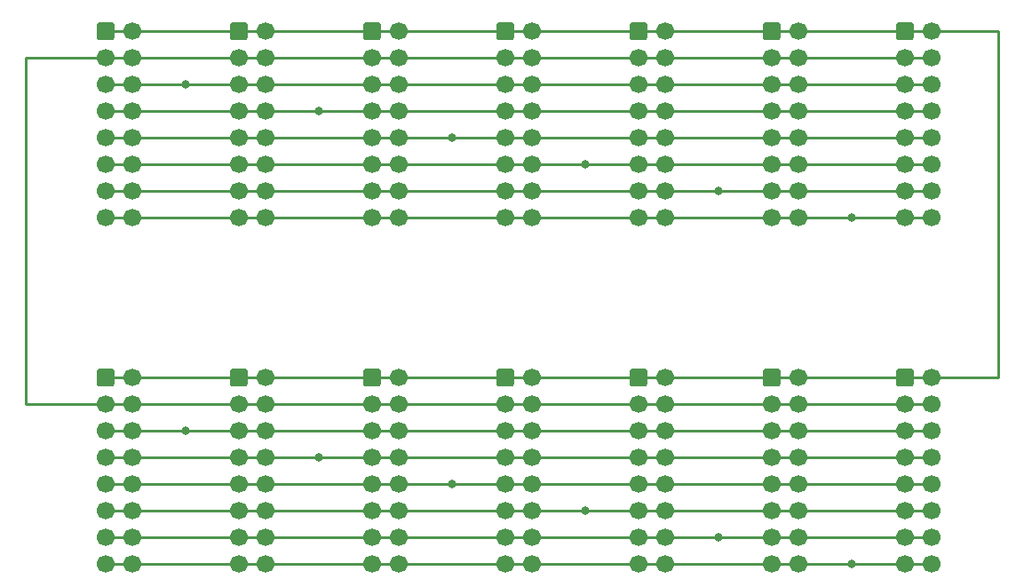
<source format=gbr>
G04 #@! TF.GenerationSoftware,KiCad,Pcbnew,(5.1.6-0-10_14)*
G04 #@! TF.CreationDate,2021-07-16T23:08:20+02:00*
G04 #@! TF.ProjectId,eurorack-busboard,6575726f-7261-4636-9b2d-627573626f61,rev?*
G04 #@! TF.SameCoordinates,Original*
G04 #@! TF.FileFunction,Copper,L1,Top*
G04 #@! TF.FilePolarity,Positive*
%FSLAX46Y46*%
G04 Gerber Fmt 4.6, Leading zero omitted, Abs format (unit mm)*
G04 Created by KiCad (PCBNEW (5.1.6-0-10_14)) date 2021-07-16 23:08:20*
%MOMM*%
%LPD*%
G01*
G04 APERTURE LIST*
G04 #@! TA.AperFunction,ComponentPad*
%ADD10C,1.700000*%
G04 #@! TD*
G04 #@! TA.AperFunction,ViaPad*
%ADD11C,0.800000*%
G04 #@! TD*
G04 #@! TA.AperFunction,Conductor*
%ADD12C,0.250000*%
G04 #@! TD*
G04 APERTURE END LIST*
D10*
X88900000Y-26670000D03*
X88900000Y-24130000D03*
X88900000Y-21590000D03*
X88900000Y-19050000D03*
X88900000Y-16510000D03*
X88900000Y-13970000D03*
X88900000Y-11430000D03*
X88900000Y-8890000D03*
X86360000Y-26670000D03*
X86360000Y-24130000D03*
X86360000Y-21590000D03*
X86360000Y-19050000D03*
X86360000Y-16510000D03*
X86360000Y-13970000D03*
X86360000Y-11430000D03*
G04 #@! TA.AperFunction,ComponentPad*
G36*
G01*
X85510000Y-9490000D02*
X85510000Y-8290000D01*
G75*
G02*
X85760000Y-8040000I250000J0D01*
G01*
X86960000Y-8040000D01*
G75*
G02*
X87210000Y-8290000I0J-250000D01*
G01*
X87210000Y-9490000D01*
G75*
G02*
X86960000Y-9740000I-250000J0D01*
G01*
X85760000Y-9740000D01*
G75*
G02*
X85510000Y-9490000I0J250000D01*
G01*
G37*
G04 #@! TD.AperFunction*
G04 #@! TA.AperFunction,ComponentPad*
G36*
G01*
X85510000Y-42510000D02*
X85510000Y-41310000D01*
G75*
G02*
X85760000Y-41060000I250000J0D01*
G01*
X86960000Y-41060000D01*
G75*
G02*
X87210000Y-41310000I0J-250000D01*
G01*
X87210000Y-42510000D01*
G75*
G02*
X86960000Y-42760000I-250000J0D01*
G01*
X85760000Y-42760000D01*
G75*
G02*
X85510000Y-42510000I0J250000D01*
G01*
G37*
G04 #@! TD.AperFunction*
X86360000Y-44450000D03*
X86360000Y-46990000D03*
X86360000Y-49530000D03*
X86360000Y-52070000D03*
X86360000Y-54610000D03*
X86360000Y-57150000D03*
X86360000Y-59690000D03*
X88900000Y-41910000D03*
X88900000Y-44450000D03*
X88900000Y-46990000D03*
X88900000Y-49530000D03*
X88900000Y-52070000D03*
X88900000Y-54610000D03*
X88900000Y-57150000D03*
X88900000Y-59690000D03*
G04 #@! TA.AperFunction,ComponentPad*
G36*
G01*
X47410000Y-42510000D02*
X47410000Y-41310000D01*
G75*
G02*
X47660000Y-41060000I250000J0D01*
G01*
X48860000Y-41060000D01*
G75*
G02*
X49110000Y-41310000I0J-250000D01*
G01*
X49110000Y-42510000D01*
G75*
G02*
X48860000Y-42760000I-250000J0D01*
G01*
X47660000Y-42760000D01*
G75*
G02*
X47410000Y-42510000I0J250000D01*
G01*
G37*
G04 #@! TD.AperFunction*
X48260000Y-44450000D03*
X48260000Y-46990000D03*
X48260000Y-49530000D03*
X48260000Y-52070000D03*
X48260000Y-54610000D03*
X48260000Y-57150000D03*
X48260000Y-59690000D03*
X50800000Y-41910000D03*
X50800000Y-44450000D03*
X50800000Y-46990000D03*
X50800000Y-49530000D03*
X50800000Y-52070000D03*
X50800000Y-54610000D03*
X50800000Y-57150000D03*
X50800000Y-59690000D03*
G04 #@! TA.AperFunction,ComponentPad*
G36*
G01*
X34710000Y-9490000D02*
X34710000Y-8290000D01*
G75*
G02*
X34960000Y-8040000I250000J0D01*
G01*
X36160000Y-8040000D01*
G75*
G02*
X36410000Y-8290000I0J-250000D01*
G01*
X36410000Y-9490000D01*
G75*
G02*
X36160000Y-9740000I-250000J0D01*
G01*
X34960000Y-9740000D01*
G75*
G02*
X34710000Y-9490000I0J250000D01*
G01*
G37*
G04 #@! TD.AperFunction*
X35560000Y-11430000D03*
X35560000Y-13970000D03*
X35560000Y-16510000D03*
X35560000Y-19050000D03*
X35560000Y-21590000D03*
X35560000Y-24130000D03*
X35560000Y-26670000D03*
X38100000Y-8890000D03*
X38100000Y-11430000D03*
X38100000Y-13970000D03*
X38100000Y-16510000D03*
X38100000Y-19050000D03*
X38100000Y-21590000D03*
X38100000Y-24130000D03*
X38100000Y-26670000D03*
X38100000Y-59690000D03*
X38100000Y-57150000D03*
X38100000Y-54610000D03*
X38100000Y-52070000D03*
X38100000Y-49530000D03*
X38100000Y-46990000D03*
X38100000Y-44450000D03*
X38100000Y-41910000D03*
X35560000Y-59690000D03*
X35560000Y-57150000D03*
X35560000Y-54610000D03*
X35560000Y-52070000D03*
X35560000Y-49530000D03*
X35560000Y-46990000D03*
X35560000Y-44450000D03*
G04 #@! TA.AperFunction,ComponentPad*
G36*
G01*
X34710000Y-42510000D02*
X34710000Y-41310000D01*
G75*
G02*
X34960000Y-41060000I250000J0D01*
G01*
X36160000Y-41060000D01*
G75*
G02*
X36410000Y-41310000I0J-250000D01*
G01*
X36410000Y-42510000D01*
G75*
G02*
X36160000Y-42760000I-250000J0D01*
G01*
X34960000Y-42760000D01*
G75*
G02*
X34710000Y-42510000I0J250000D01*
G01*
G37*
G04 #@! TD.AperFunction*
X50800000Y-26670000D03*
X50800000Y-24130000D03*
X50800000Y-21590000D03*
X50800000Y-19050000D03*
X50800000Y-16510000D03*
X50800000Y-13970000D03*
X50800000Y-11430000D03*
X50800000Y-8890000D03*
X48260000Y-26670000D03*
X48260000Y-24130000D03*
X48260000Y-21590000D03*
X48260000Y-19050000D03*
X48260000Y-16510000D03*
X48260000Y-13970000D03*
X48260000Y-11430000D03*
G04 #@! TA.AperFunction,ComponentPad*
G36*
G01*
X47410000Y-9490000D02*
X47410000Y-8290000D01*
G75*
G02*
X47660000Y-8040000I250000J0D01*
G01*
X48860000Y-8040000D01*
G75*
G02*
X49110000Y-8290000I0J-250000D01*
G01*
X49110000Y-9490000D01*
G75*
G02*
X48860000Y-9740000I-250000J0D01*
G01*
X47660000Y-9740000D01*
G75*
G02*
X47410000Y-9490000I0J250000D01*
G01*
G37*
G04 #@! TD.AperFunction*
G04 #@! TA.AperFunction,ComponentPad*
G36*
G01*
X72810000Y-9490000D02*
X72810000Y-8290000D01*
G75*
G02*
X73060000Y-8040000I250000J0D01*
G01*
X74260000Y-8040000D01*
G75*
G02*
X74510000Y-8290000I0J-250000D01*
G01*
X74510000Y-9490000D01*
G75*
G02*
X74260000Y-9740000I-250000J0D01*
G01*
X73060000Y-9740000D01*
G75*
G02*
X72810000Y-9490000I0J250000D01*
G01*
G37*
G04 #@! TD.AperFunction*
X73660000Y-11430000D03*
X73660000Y-13970000D03*
X73660000Y-16510000D03*
X73660000Y-19050000D03*
X73660000Y-21590000D03*
X73660000Y-24130000D03*
X73660000Y-26670000D03*
X76200000Y-8890000D03*
X76200000Y-11430000D03*
X76200000Y-13970000D03*
X76200000Y-16510000D03*
X76200000Y-19050000D03*
X76200000Y-21590000D03*
X76200000Y-24130000D03*
X76200000Y-26670000D03*
G04 #@! TA.AperFunction,ComponentPad*
G36*
G01*
X60110000Y-42510000D02*
X60110000Y-41310000D01*
G75*
G02*
X60360000Y-41060000I250000J0D01*
G01*
X61560000Y-41060000D01*
G75*
G02*
X61810000Y-41310000I0J-250000D01*
G01*
X61810000Y-42510000D01*
G75*
G02*
X61560000Y-42760000I-250000J0D01*
G01*
X60360000Y-42760000D01*
G75*
G02*
X60110000Y-42510000I0J250000D01*
G01*
G37*
G04 #@! TD.AperFunction*
X60960000Y-44450000D03*
X60960000Y-46990000D03*
X60960000Y-49530000D03*
X60960000Y-52070000D03*
X60960000Y-54610000D03*
X60960000Y-57150000D03*
X60960000Y-59690000D03*
X63500000Y-41910000D03*
X63500000Y-44450000D03*
X63500000Y-46990000D03*
X63500000Y-49530000D03*
X63500000Y-52070000D03*
X63500000Y-54610000D03*
X63500000Y-57150000D03*
X63500000Y-59690000D03*
X76200000Y-59690000D03*
X76200000Y-57150000D03*
X76200000Y-54610000D03*
X76200000Y-52070000D03*
X76200000Y-49530000D03*
X76200000Y-46990000D03*
X76200000Y-44450000D03*
X76200000Y-41910000D03*
X73660000Y-59690000D03*
X73660000Y-57150000D03*
X73660000Y-54610000D03*
X73660000Y-52070000D03*
X73660000Y-49530000D03*
X73660000Y-46990000D03*
X73660000Y-44450000D03*
G04 #@! TA.AperFunction,ComponentPad*
G36*
G01*
X72810000Y-42510000D02*
X72810000Y-41310000D01*
G75*
G02*
X73060000Y-41060000I250000J0D01*
G01*
X74260000Y-41060000D01*
G75*
G02*
X74510000Y-41310000I0J-250000D01*
G01*
X74510000Y-42510000D01*
G75*
G02*
X74260000Y-42760000I-250000J0D01*
G01*
X73060000Y-42760000D01*
G75*
G02*
X72810000Y-42510000I0J250000D01*
G01*
G37*
G04 #@! TD.AperFunction*
X63500000Y-26670000D03*
X63500000Y-24130000D03*
X63500000Y-21590000D03*
X63500000Y-19050000D03*
X63500000Y-16510000D03*
X63500000Y-13970000D03*
X63500000Y-11430000D03*
X63500000Y-8890000D03*
X60960000Y-26670000D03*
X60960000Y-24130000D03*
X60960000Y-21590000D03*
X60960000Y-19050000D03*
X60960000Y-16510000D03*
X60960000Y-13970000D03*
X60960000Y-11430000D03*
G04 #@! TA.AperFunction,ComponentPad*
G36*
G01*
X60110000Y-9490000D02*
X60110000Y-8290000D01*
G75*
G02*
X60360000Y-8040000I250000J0D01*
G01*
X61560000Y-8040000D01*
G75*
G02*
X61810000Y-8290000I0J-250000D01*
G01*
X61810000Y-9490000D01*
G75*
G02*
X61560000Y-9740000I-250000J0D01*
G01*
X60360000Y-9740000D01*
G75*
G02*
X60110000Y-9490000I0J250000D01*
G01*
G37*
G04 #@! TD.AperFunction*
X25400000Y-26670000D03*
X25400000Y-24130000D03*
X25400000Y-21590000D03*
X25400000Y-19050000D03*
X25400000Y-16510000D03*
X25400000Y-13970000D03*
X25400000Y-11430000D03*
X25400000Y-8890000D03*
X22860000Y-26670000D03*
X22860000Y-24130000D03*
X22860000Y-21590000D03*
X22860000Y-19050000D03*
X22860000Y-16510000D03*
X22860000Y-13970000D03*
X22860000Y-11430000D03*
G04 #@! TA.AperFunction,ComponentPad*
G36*
G01*
X22010000Y-9490000D02*
X22010000Y-8290000D01*
G75*
G02*
X22260000Y-8040000I250000J0D01*
G01*
X23460000Y-8040000D01*
G75*
G02*
X23710000Y-8290000I0J-250000D01*
G01*
X23710000Y-9490000D01*
G75*
G02*
X23460000Y-9740000I-250000J0D01*
G01*
X22260000Y-9740000D01*
G75*
G02*
X22010000Y-9490000I0J250000D01*
G01*
G37*
G04 #@! TD.AperFunction*
G04 #@! TA.AperFunction,ComponentPad*
G36*
G01*
X22010000Y-42510000D02*
X22010000Y-41310000D01*
G75*
G02*
X22260000Y-41060000I250000J0D01*
G01*
X23460000Y-41060000D01*
G75*
G02*
X23710000Y-41310000I0J-250000D01*
G01*
X23710000Y-42510000D01*
G75*
G02*
X23460000Y-42760000I-250000J0D01*
G01*
X22260000Y-42760000D01*
G75*
G02*
X22010000Y-42510000I0J250000D01*
G01*
G37*
G04 #@! TD.AperFunction*
X22860000Y-44450000D03*
X22860000Y-46990000D03*
X22860000Y-49530000D03*
X22860000Y-52070000D03*
X22860000Y-54610000D03*
X22860000Y-57150000D03*
X22860000Y-59690000D03*
X25400000Y-41910000D03*
X25400000Y-44450000D03*
X25400000Y-46990000D03*
X25400000Y-49530000D03*
X25400000Y-52070000D03*
X25400000Y-54610000D03*
X25400000Y-57150000D03*
X25400000Y-59690000D03*
X12700000Y-59690000D03*
X12700000Y-57150000D03*
X12700000Y-54610000D03*
X12700000Y-52070000D03*
X12700000Y-49530000D03*
X12700000Y-46990000D03*
X12700000Y-44450000D03*
X12700000Y-41910000D03*
X10160000Y-59690000D03*
X10160000Y-57150000D03*
X10160000Y-54610000D03*
X10160000Y-52070000D03*
X10160000Y-49530000D03*
X10160000Y-46990000D03*
X10160000Y-44450000D03*
G04 #@! TA.AperFunction,ComponentPad*
G36*
G01*
X9310000Y-42510000D02*
X9310000Y-41310000D01*
G75*
G02*
X9560000Y-41060000I250000J0D01*
G01*
X10760000Y-41060000D01*
G75*
G02*
X11010000Y-41310000I0J-250000D01*
G01*
X11010000Y-42510000D01*
G75*
G02*
X10760000Y-42760000I-250000J0D01*
G01*
X9560000Y-42760000D01*
G75*
G02*
X9310000Y-42510000I0J250000D01*
G01*
G37*
G04 #@! TD.AperFunction*
G04 #@! TA.AperFunction,ComponentPad*
G36*
G01*
X9310000Y-9490000D02*
X9310000Y-8290000D01*
G75*
G02*
X9560000Y-8040000I250000J0D01*
G01*
X10760000Y-8040000D01*
G75*
G02*
X11010000Y-8290000I0J-250000D01*
G01*
X11010000Y-9490000D01*
G75*
G02*
X10760000Y-9740000I-250000J0D01*
G01*
X9560000Y-9740000D01*
G75*
G02*
X9310000Y-9490000I0J250000D01*
G01*
G37*
G04 #@! TD.AperFunction*
X10160000Y-11430000D03*
X10160000Y-13970000D03*
X10160000Y-16510000D03*
X10160000Y-19050000D03*
X10160000Y-21590000D03*
X10160000Y-24130000D03*
X10160000Y-26670000D03*
X12700000Y-8890000D03*
X12700000Y-11430000D03*
X12700000Y-13970000D03*
X12700000Y-16510000D03*
X12700000Y-19050000D03*
X12700000Y-21590000D03*
X12700000Y-24130000D03*
X12700000Y-26670000D03*
D11*
X17780000Y-13970000D03*
X17780000Y-46990000D03*
X30480000Y-49530000D03*
X30480000Y-16510000D03*
X43180000Y-19050000D03*
X43180000Y-52070000D03*
X55880000Y-21590000D03*
X55880000Y-54610000D03*
X68580000Y-24130000D03*
X68580000Y-57150000D03*
X81280000Y-26670000D03*
X81280000Y-59690000D03*
D12*
X10160000Y-8890000D02*
X12700000Y-8890000D01*
X10160000Y-26670000D02*
X12700000Y-26670000D01*
X12700000Y-26670000D02*
X22860000Y-26670000D01*
X10160000Y-8890000D02*
X88900000Y-8890000D01*
X10160000Y-11430000D02*
X88900000Y-11430000D01*
X10160000Y-13970000D02*
X17780000Y-13970000D01*
X10160000Y-16510000D02*
X30480000Y-16510000D01*
X10160000Y-19050000D02*
X43180000Y-19050000D01*
X10160000Y-21590000D02*
X55880000Y-21590000D01*
X10160000Y-24130000D02*
X68580000Y-24130000D01*
X10160000Y-26670000D02*
X81280000Y-26670000D01*
X10160000Y-59690000D02*
X81280000Y-59690000D01*
X10160000Y-57150000D02*
X68580000Y-57150000D01*
X10160000Y-54610000D02*
X55880000Y-54610000D01*
X10160000Y-52070000D02*
X43180000Y-52070000D01*
X88900000Y-49530000D02*
X30480000Y-49530000D01*
X10160000Y-46990000D02*
X17780000Y-46990000D01*
X88900000Y-44450000D02*
X10160000Y-44450000D01*
X10160000Y-41910000D02*
X88900000Y-41910000D01*
X88900000Y-8890000D02*
X95250000Y-8890000D01*
X95250000Y-8890000D02*
X95250000Y-41910000D01*
X95250000Y-41910000D02*
X88900000Y-41910000D01*
X10160000Y-11430000D02*
X2540000Y-11430000D01*
X2540000Y-11430000D02*
X2540000Y-44450000D01*
X2540000Y-44450000D02*
X10160000Y-44450000D01*
X17780000Y-13970000D02*
X88900000Y-13970000D01*
X17780000Y-46990000D02*
X88900000Y-46990000D01*
X30480000Y-49530000D02*
X10160000Y-49530000D01*
X30480000Y-16510000D02*
X88900000Y-16510000D01*
X43180000Y-19050000D02*
X88900000Y-19050000D01*
X43180000Y-52070000D02*
X88900000Y-52070000D01*
X55880000Y-21590000D02*
X88900000Y-21590000D01*
X55880000Y-54610000D02*
X88900000Y-54610000D01*
X68580000Y-24130000D02*
X88900000Y-24130000D01*
X68580000Y-57150000D02*
X88900000Y-57150000D01*
X81280000Y-26670000D02*
X88900000Y-26670000D01*
X81280000Y-59690000D02*
X88900000Y-59690000D01*
M02*

</source>
